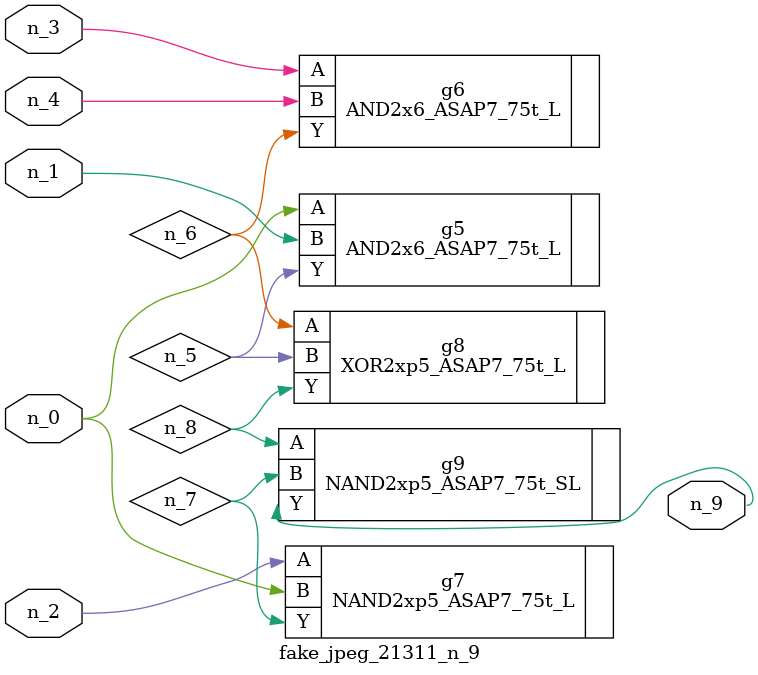
<source format=v>
module fake_jpeg_21311_n_9 (n_3, n_2, n_1, n_0, n_4, n_9);

input n_3;
input n_2;
input n_1;
input n_0;
input n_4;

output n_9;

wire n_8;
wire n_6;
wire n_5;
wire n_7;

AND2x6_ASAP7_75t_L g5 ( 
.A(n_0),
.B(n_1),
.Y(n_5)
);

AND2x6_ASAP7_75t_L g6 ( 
.A(n_3),
.B(n_4),
.Y(n_6)
);

NAND2xp5_ASAP7_75t_L g7 ( 
.A(n_2),
.B(n_0),
.Y(n_7)
);

XOR2xp5_ASAP7_75t_L g8 ( 
.A(n_6),
.B(n_5),
.Y(n_8)
);

NAND2xp5_ASAP7_75t_SL g9 ( 
.A(n_8),
.B(n_7),
.Y(n_9)
);


endmodule
</source>
